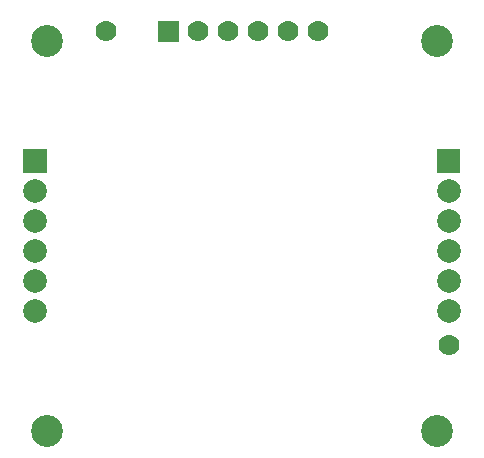
<source format=gbs>
G04 Layer: BottomSolderMaskLayer*
G04 EasyEDA v6.3.22, 2020-01-22T11:07:26+01:00*
G04 fe9f39e87b364ab5b5230e9583c1109d,6ac03ef627a24f5ab7c901ca926ad83b,10*
G04 Gerber Generator version 0.2*
G04 Scale: 100 percent, Rotated: No, Reflected: No *
G04 Dimensions in millimeters *
G04 leading zeros omitted , absolute positions ,3 integer and 3 decimal *
%FSLAX33Y33*%
%MOMM*%
G90*
G71D02*

%ADD54C,1.778000*%
%ADD55C,2.703195*%
%ADD72C,2.003196*%

%LPD*%
G54D54*
G01X36519Y9789D03*
G54D55*
G01X2500Y35499D03*
G01X35500Y35499D03*
G01X35500Y2499D03*
G01X2500Y2499D03*
G54D54*
G01X7519Y36389D03*
G01X25480Y36340D03*
G01X22940Y36340D03*
G01X20400Y36340D03*
G01X17860Y36340D03*
G01X15320Y36340D03*
G36*
G01X11889Y35449D02*
G01X11889Y37227D01*
G01X13667Y37227D01*
G01X13667Y35449D01*
G01X11889Y35449D01*
G37*
G54D72*
G01X1500Y12650D03*
G01X1500Y15190D03*
G01X1500Y17730D03*
G01X1500Y20270D03*
G01X1500Y22810D03*
G36*
G01X497Y24347D02*
G01X497Y26351D01*
G01X2501Y26351D01*
G01X2501Y24347D01*
G01X497Y24347D01*
G37*
G01X36500Y12650D03*
G01X36500Y15190D03*
G01X36500Y17730D03*
G01X36500Y20270D03*
G01X36500Y22810D03*
G36*
G01X35499Y24347D02*
G01X35499Y26351D01*
G01X37500Y26351D01*
G01X37500Y24347D01*
G01X35499Y24347D01*
G37*
M00*
M02*

</source>
